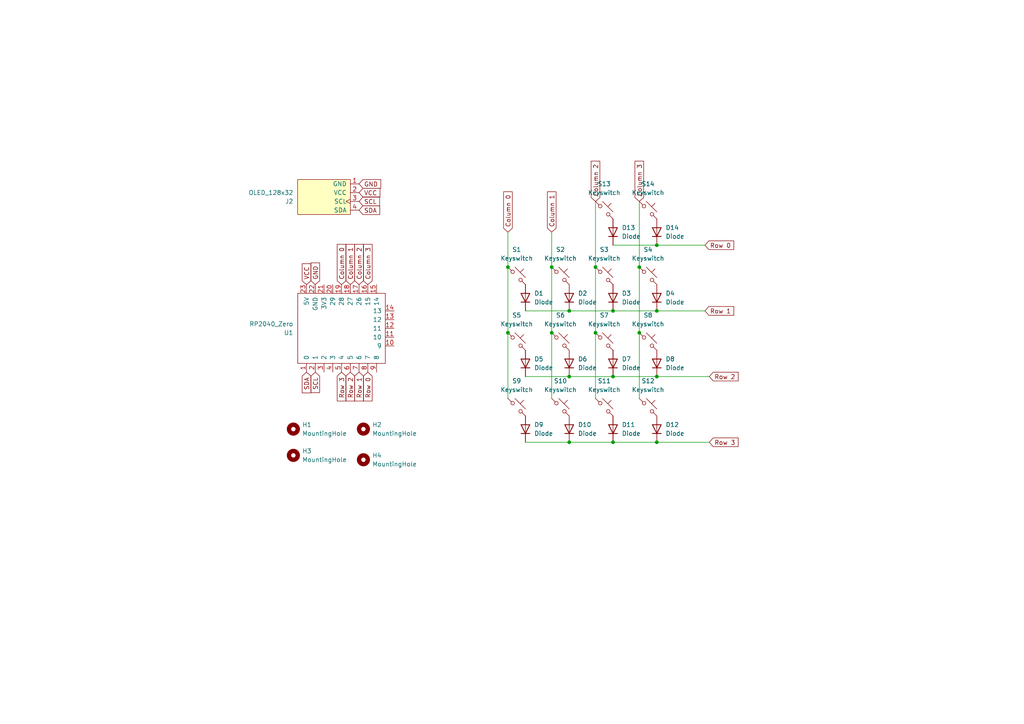
<source format=kicad_sch>
(kicad_sch (version 20231120) (generator "eeschema") (generator_version "8.0")
  (paper "A4")
  (lib_symbols
    (symbol "Mechanical:MountingHole" (pin_names (offset 1.016)) (exclude_from_sim yes) (in_bom no)
      (property "Reference" "H" (at 0 5.08 0))
      (property "Value" "MountingHole" (at 0 3.175 0))
      (symbol "MountingHole_0_1"
        (circle (center 0 0) (radius 1.27) (stroke (width 1.27)))
      )
    )
    (symbol "ScottoKeebs:MCU_RP2040_Zero" (pin_names (offset 1.016))
      (property "Reference" "U" (at 0 15.24 0))
      (property "Value" "RP2040_Zero" (at 0 12.7 0))
      (symbol "MCU_RP2040_Zero_0_1"
        (rectangle (start -10.16 11.43) (end 10.16 -13.97))
      )
      (symbol "MCU_RP2040_Zero_1_1"
        (pin bidirectional line (at 12.7 8.89 180) (length 2.54) (name "0") (number "1"))
        (pin bidirectional line (at 5.08 -16.51 90) (length 2.54) (name "9") (number "10"))
        (pin bidirectional line (at 2.54 -16.51 90) (length 2.54) (name "10") (number "11"))
        (pin bidirectional line (at 0 -16.51 90) (length 2.54) (name "11") (number "12"))
        (pin bidirectional line (at -2.54 -16.51 90) (length 2.54) (name "12") (number "13"))
        (pin bidirectional line (at -5.08 -16.51 90) (length 2.54) (name "13") (number "14"))
        (pin bidirectional line (at -12.7 -11.43 0) (length 2.54) (name "14") (number "15"))
        (pin bidirectional line (at -12.7 -8.89 0) (length 2.54) (name "15") (number "16"))
        (pin bidirectional line (at -12.7 -6.35 0) (length 2.54) (name "26") (number "17"))
        (pin bidirectional line (at -12.7 -3.81 0) (length 2.54) (name "27") (number "18"))
        (pin bidirectional line (at -12.7 -1.27 0) (length 2.54) (name "28") (number "19"))
        (pin bidirectional line (at 12.7 6.35 180) (length 2.54) (name "1") (number "2"))
        (pin bidirectional line (at -12.7 1.27 0) (length 2.54) (name "29") (number "20"))
        (pin power_out line (at -12.7 3.81 0) (length 2.54) (name "3V3") (number "21"))
        (pin power_out line (at -12.7 6.35 0) (length 2.54) (name "GND") (number "22"))
        (pin power_out line (at -12.7 8.89 0) (length 2.54) (name "5V") (number "23"))
        (pin bidirectional line (at 12.7 3.81 180) (length 2.54) (name "2") (number "3"))
        (pin bidirectional line (at 12.7 1.27 180) (length 2.54) (name "3") (number "4"))
        (pin bidirectional line (at 12.7 -1.27 180) (length 2.54) (name "4") (number "5"))
        (pin bidirectional line (at 12.7 -3.81 180) (length 2.54) (name "5") (number "6"))
        (pin bidirectional line (at 12.7 -6.35 180) (length 2.54) (name "6") (number "7"))
        (pin bidirectional line (at 12.7 -8.89 180) (length 2.54) (name "7") (number "8"))
        (pin bidirectional line (at 12.7 -11.43 180) (length 2.54) (name "8") (number "9"))
      )
    )
    (symbol "ScottoKeebs:OLED_128x32" (pin_names (offset 1.016))
      (property "Reference" "J" (at 0 -6.35 0))
      (property "Value" "OLED_128x32" (at 0 6.35 0))
      (symbol "OLED_128x32_0_1"
        (rectangle (start 0 5.08) (end 15.24 -5.08) (fill (type background)))
      )
      (symbol "OLED_128x32_1_1"
        (pin power_in line (at -2.54 -3.81 0) (length 2.54) (name "GND") (number "1"))
        (pin power_in line (at -2.54 -1.27 0) (length 2.54) (name "VCC") (number "2"))
        (pin input clock (at -2.54 1.27 0) (length 2.54) (name "SCL") (number "3"))
        (pin bidirectional line (at -2.54 3.81 0) (length 2.54) (name "SDA") (number "4"))
      )
    )
    (symbol "ScottoKeebs:Placeholder_Diode" (pin_numbers hide) (pin_names hide)
      (property "Reference" "D" (at 0 2.54 0))
      (property "Value" "Diode" (at 0 -2.54 0))
      (symbol "Placeholder_Diode_0_1"
        (polyline (pts (xy -1.27 1.27) (xy -1.27 -1.27)) (stroke (width 0.254)))
        (polyline (pts (xy 1.27 0) (xy -1.27 0)))
        (polyline (pts (xy 1.27 1.27) (xy 1.27 -1.27) (xy -1.27 0) (xy 1.27 1.27)) (stroke (width 0.254)))
      )
      (symbol "Placeholder_Diode_1_1"
        (pin passive line (at -3.81 0 0) (length 2.54) (name "K") (number "1"))
        (pin passive line (at 3.81 0 180) (length 2.54) (name "A") (number "2"))
      )
    )
    (symbol "ScottoKeebs:Placeholder_Keyswitch" (pin_numbers hide) (pin_names (offset 1.016) hide)
      (property "Reference" "S" (at 3.048 1.016 0))
      (property "Value" "Keyswitch" (at 0 -3.81 0))
      (symbol "Placeholder_Keyswitch_0_1"
        (circle (center -1.1684 1.1684) (radius 0.508))
        (polyline (pts (xy -0.508 2.54) (xy 2.54 -0.508)))
        (polyline (pts (xy 1.016 1.016) (xy 2.032 2.032)))
        (polyline (pts (xy -2.54 2.54) (xy -1.524 1.524) (xy -1.524 1.524)))
        (polyline (pts (xy 1.524 -1.524) (xy 2.54 -2.54) (xy 2.54 -2.54) (xy 2.54 -2.54)))
        (circle (center 1.143 -1.1938) (radius 0.508))
        (pin passive line (at -2.54 2.54 0) (length 0) (name "1") (number "1"))
        (pin passive line (at 2.54 -2.54 180) (length 0) (name "2") (number "2"))
      )
    )
  )
  (junction (at 177.8 109.22))
  (junction (at 185.42 96.52))
  (junction (at 147.32 77.47))
  (junction (at 160.02 77.47))
  (junction (at 190.5 109.22))
  (junction (at 190.5 71.12))
  (junction (at 165.1 109.22))
  (junction (at 190.5 128.27))
  (junction (at 177.8 90.17))
  (junction (at 172.72 77.47))
  (junction (at 190.5 90.17))
  (junction (at 165.1 128.27))
  (junction (at 177.8 128.27))
  (junction (at 165.1 90.17))
  (junction (at 147.32 96.52))
  (junction (at 185.42 77.47))
  (junction (at 160.02 96.52))
  (junction (at 172.72 96.52))
  (wire (pts (xy 165.1 109.22) (xy 177.8 109.22)))
  (wire (pts (xy 172.72 58.42) (xy 172.72 77.47)))
  (wire (pts (xy 177.8 109.22) (xy 190.5 109.22)))
  (wire (pts (xy 172.72 77.47) (xy 172.72 96.52)))
  (wire (pts (xy 160.02 96.52) (xy 160.02 115.57)))
  (wire (pts (xy 147.32 96.52) (xy 147.32 115.57)))
  (wire (pts (xy 152.4 90.17) (xy 165.1 90.17)))
  (wire (pts (xy 147.32 77.47) (xy 147.32 96.52)))
  (wire (pts (xy 177.8 128.27) (xy 190.5 128.27)))
  (wire (pts (xy 177.8 90.17) (xy 190.5 90.17)))
  (wire (pts (xy 185.42 58.42) (xy 185.42 77.47)))
  (wire (pts (xy 147.32 67.31) (xy 147.32 77.47)))
  (wire (pts (xy 152.4 128.27) (xy 165.1 128.27)))
  (wire (pts (xy 165.1 128.27) (xy 177.8 128.27)))
  (wire (pts (xy 185.42 96.52) (xy 185.42 115.57)))
  (wire (pts (xy 160.02 77.47) (xy 160.02 96.52)))
  (wire (pts (xy 160.02 67.31) (xy 160.02 77.47)))
  (wire (pts (xy 205.74 109.22) (xy 190.5 109.22)))
  (wire (pts (xy 177.8 71.12) (xy 190.5 71.12)))
  (wire (pts (xy 152.4 109.22) (xy 165.1 109.22)))
  (wire (pts (xy 185.42 77.47) (xy 185.42 96.52)))
  (wire (pts (xy 204.47 71.12) (xy 190.5 71.12)))
  (wire (pts (xy 172.72 96.52) (xy 172.72 115.57)))
  (wire (pts (xy 204.47 90.17) (xy 190.5 90.17)))
  (wire (pts (xy 165.1 90.17) (xy 177.8 90.17)))
  (wire (pts (xy 205.74 128.27) (xy 190.5 128.27)))
  (global_label "Column 2" (shape input) (at 172.72 58.42 90) (property "Intersheetrefs" "${INTERSHEET_REFS}" (effects (hide yes))))
  (global_label "Row 1" (shape input) (at 104.14 107.95 270) (property "Intersheetrefs" "${INTERSHEET_REFS}" (effects (hide yes))))
  (global_label "Column 0" (shape input) (at 99.06 82.55 90) (property "Intersheetrefs" "${INTERSHEET_REFS}" (effects (hide yes))))
  (global_label "SDA" (shape input) (at 88.9 107.95 270) (property "Intersheetrefs" "${INTERSHEET_REFS}" (effects (hide yes))))
  (global_label "GND" (shape input) (at 104.14 53.34 0) (property "Intersheetrefs" "${INTERSHEET_REFS}" (effects (hide yes))))
  (global_label "SCL" (shape input) (at 104.14 58.42 0) (property "Intersheetrefs" "${INTERSHEET_REFS}" (effects (hide yes))))
  (global_label "Row 3" (shape input) (at 99.06 107.95 270) (property "Intersheetrefs" "${INTERSHEET_REFS}" (effects (hide yes))))
  (global_label "Row 2" (shape input) (at 101.6 107.95 270) (property "Intersheetrefs" "${INTERSHEET_REFS}" (effects (hide yes))))
  (global_label "Column 0" (shape input) (at 147.32 67.31 90) (property "Intersheetrefs" "${INTERSHEET_REFS}" (effects (hide yes))))
  (global_label "SCL" (shape input) (at 91.44 107.95 270) (property "Intersheetrefs" "${INTERSHEET_REFS}" (effects (hide yes))))
  (global_label "Column 1" (shape input) (at 101.6 82.55 90) (property "Intersheetrefs" "${INTERSHEET_REFS}" (effects (hide yes))))
  (global_label "SDA" (shape input) (at 104.14 60.96 0) (property "Intersheetrefs" "${INTERSHEET_REFS}" (effects (hide yes))))
  (global_label "GND" (shape input) (at 91.44 82.55 90) (property "Intersheetrefs" "${INTERSHEET_REFS}" (effects (hide yes))))
  (global_label "Row 0" (shape input) (at 106.68 107.95 270) (property "Intersheetrefs" "${INTERSHEET_REFS}" (effects (hide yes))))
  (global_label "Row 3" (shape input) (at 205.74 128.27 0) (property "Intersheetrefs" "${INTERSHEET_REFS}" (effects (hide yes))))
  (global_label "VCC" (shape input) (at 88.9 82.55 90) (property "Intersheetrefs" "${INTERSHEET_REFS}" (effects (hide yes))))
  (global_label "VCC" (shape input) (at 104.14 55.88 0) (property "Intersheetrefs" "${INTERSHEET_REFS}" (effects (hide yes))))
  (global_label "Column 2" (shape input) (at 104.14 82.55 90) (property "Intersheetrefs" "${INTERSHEET_REFS}" (effects (hide yes))))
  (global_label "Row 2" (shape input) (at 205.74 109.22 0) (property "Intersheetrefs" "${INTERSHEET_REFS}" (effects (hide yes))))
  (global_label "Column 1" (shape input) (at 160.02 67.31 90) (property "Intersheetrefs" "${INTERSHEET_REFS}" (effects (hide yes))))
  (global_label "Row 0" (shape input) (at 204.47 71.12 0) (property "Intersheetrefs" "${INTERSHEET_REFS}" (effects (hide yes))))
  (global_label "Row 1" (shape input) (at 204.47 90.17 0) (property "Intersheetrefs" "${INTERSHEET_REFS}" (effects (hide yes))))
  (global_label "Column 3" (shape input) (at 185.42 58.42 90) (property "Intersheetrefs" "${INTERSHEET_REFS}" (effects (hide yes))))
  (global_label "Column 3" (shape input) (at 106.68 82.55 90) (property "Intersheetrefs" "${INTERSHEET_REFS}" (effects (hide yes))))
  (symbol (lib_id "Mechanical:MountingHole") (at 105.41 133.35 0) (unit 1) (exclude_from_sim yes) (in_bom no)
    (property "Reference" "H4" (at 107.95 132.0799 0) (effects (justify left)))
    (property "Value" "MountingHole" (at 107.95 134.6199 0) (effects (justify left)))
    (property "Footprint" "MountingHole:MountingHole_2.5mm" (effects (hide yes)))
    (property "Description" "Mounting Hole without connection" (effects (hide yes)))
  )
  (symbol (lib_id "ScottoKeebs:Placeholder_Keyswitch") (at 175.26 99.06 0) (unit 1)
    (property "Reference" "S7" (at 175.26 91.44 0))
    (property "Value" "Keyswitch" (at 175.26 93.98 0))
    (property "Footprint" "ScottoKeebs_Hotswap:Hotswap_MX_1.00u" (effects (hide yes)))
    (property "Description" "Push button switch, normally open, two pins, 45° tilted" (effects (hide yes)))
  )
  (symbol (lib_id "Mechanical:MountingHole") (at 85.09 124.46 0) (unit 1) (exclude_from_sim yes) (in_bom no)
    (property "Reference" "H1" (at 87.63 123.1899 0) (effects (justify left)))
    (property "Value" "MountingHole" (at 87.63 125.7299 0) (effects (justify left)))
    (property "Footprint" "MountingHole:MountingHole_2.5mm" (effects (hide yes)))
    (property "Description" "Mounting Hole without connection" (effects (hide yes)))
  )
  (symbol (lib_id "ScottoKeebs:Placeholder_Diode") (at 165.1 86.36 90) (unit 1)
    (property "Reference" "D2" (at 167.64 85.0899 90) (effects (justify right)))
    (property "Value" "Diode" (at 167.64 87.6299 90) (effects (justify right)))
    (property "Footprint" "ScottoKeebs_Components:Diode_DO-35" (effects (hide yes)))
    (property "Description" "1N4148 (DO-35) or 1N4148W (SOD-123)" (effects (hide yes)))
    (property "Sim.Device" "D" (effects (hide yes)))
    (property "Sim.Pins" "1=K 2=A" (effects (hide yes)))
  )
  (symbol (lib_id "ScottoKeebs:Placeholder_Diode") (at 190.5 67.31 90) (unit 1)
    (property "Reference" "D14" (at 193.04 66.0399 90) (effects (justify right)))
    (property "Value" "Diode" (at 193.04 68.5799 90) (effects (justify right)))
    (property "Footprint" "ScottoKeebs_Components:Diode_DO-35" (effects (hide yes)))
    (property "Description" "1N4148 (DO-35) or 1N4148W (SOD-123)" (effects (hide yes)))
    (property "Sim.Device" "D" (effects (hide yes)))
    (property "Sim.Pins" "1=K 2=A" (effects (hide yes)))
  )
  (symbol (lib_id "ScottoKeebs:Placeholder_Diode") (at 152.4 124.46 90) (unit 1)
    (property "Reference" "D9" (at 154.94 123.1899 90) (effects (justify right)))
    (property "Value" "Diode" (at 154.94 125.7299 90) (effects (justify right)))
    (property "Footprint" "ScottoKeebs_Components:Diode_DO-35" (effects (hide yes)))
    (property "Description" "1N4148 (DO-35) or 1N4148W (SOD-123)" (effects (hide yes)))
    (property "Sim.Device" "D" (effects (hide yes)))
    (property "Sim.Pins" "1=K 2=A" (effects (hide yes)))
  )
  (symbol (lib_id "ScottoKeebs:Placeholder_Diode") (at 177.8 86.36 90) (unit 1)
    (property "Reference" "D3" (at 180.34 85.0899 90) (effects (justify right)))
    (property "Value" "Diode" (at 180.34 87.6299 90) (effects (justify right)))
    (property "Footprint" "ScottoKeebs_Components:Diode_DO-35" (effects (hide yes)))
    (property "Description" "1N4148 (DO-35) or 1N4148W (SOD-123)" (effects (hide yes)))
    (property "Sim.Device" "D" (effects (hide yes)))
    (property "Sim.Pins" "1=K 2=A" (effects (hide yes)))
  )
  (symbol (lib_id "ScottoKeebs:Placeholder_Keyswitch") (at 175.26 118.11 0) (unit 1)
    (property "Reference" "S11" (at 175.26 110.49 0))
    (property "Value" "Keyswitch" (at 175.26 113.03 0))
    (property "Footprint" "ScottoKeebs_Hotswap:Hotswap_MX_1.00u" (effects (hide yes)))
    (property "Description" "Push button switch, normally open, two pins, 45° tilted" (effects (hide yes)))
  )
  (symbol (lib_id "ScottoKeebs:Placeholder_Keyswitch") (at 162.56 99.06 0) (unit 1)
    (property "Reference" "S6" (at 162.56 91.44 0))
    (property "Value" "Keyswitch" (at 162.56 93.98 0))
    (property "Footprint" "ScottoKeebs_Hotswap:Hotswap_MX_1.00u" (effects (hide yes)))
    (property "Description" "Push button switch, normally open, two pins, 45° tilted" (effects (hide yes)))
  )
  (symbol (lib_id "ScottoKeebs:Placeholder_Diode") (at 177.8 124.46 90) (unit 1)
    (property "Reference" "D11" (at 180.34 123.1899 90) (effects (justify right)))
    (property "Value" "Diode" (at 180.34 125.7299 90) (effects (justify right)))
    (property "Footprint" "ScottoKeebs_Components:Diode_DO-35" (effects (hide yes)))
    (property "Description" "1N4148 (DO-35) or 1N4148W (SOD-123)" (effects (hide yes)))
    (property "Sim.Device" "D" (effects (hide yes)))
    (property "Sim.Pins" "1=K 2=A" (effects (hide yes)))
  )
  (symbol (lib_id "ScottoKeebs:Placeholder_Keyswitch") (at 149.86 99.06 0) (unit 1)
    (property "Reference" "S5" (at 149.86 91.44 0))
    (property "Value" "Keyswitch" (at 149.86 93.98 0))
    (property "Footprint" "ScottoKeebs_Hotswap:Hotswap_MX_1.00u" (effects (hide yes)))
    (property "Description" "Push button switch, normally open, two pins, 45° tilted" (effects (hide yes)))
  )
  (symbol (lib_id "ScottoKeebs:Placeholder_Keyswitch") (at 162.56 80.01 0) (unit 1)
    (property "Reference" "S2" (at 162.56 72.39 0))
    (property "Value" "Keyswitch" (at 162.56 74.93 0))
    (property "Footprint" "ScottoKeebs_Hotswap:Hotswap_MX_1.00u" (effects (hide yes)))
    (property "Description" "Push button switch, normally open, two pins, 45° tilted" (effects (hide yes)))
  )
  (symbol (lib_id "ScottoKeebs:Placeholder_Diode") (at 190.5 105.41 90) (unit 1)
    (property "Reference" "D8" (at 193.04 104.1399 90) (effects (justify right)))
    (property "Value" "Diode" (at 193.04 106.6799 90) (effects (justify right)))
    (property "Footprint" "ScottoKeebs_Components:Diode_DO-35" (effects (hide yes)))
    (property "Description" "1N4148 (DO-35) or 1N4148W (SOD-123)" (effects (hide yes)))
    (property "Sim.Device" "D" (effects (hide yes)))
    (property "Sim.Pins" "1=K 2=A" (effects (hide yes)))
  )
  (symbol (lib_id "ScottoKeebs:OLED_128x32") (at 101.6 57.15 180) (unit 1)
    (property "Reference" "J2" (at 85.09 58.4201 0) (effects (justify left)))
    (property "Value" "OLED_128x32" (at 85.09 55.8801 0) (effects (justify left)))
    (property "Footprint" "ScottoKeebs_Components:OLED_128x32" (effects (hide yes)))
  )
  (symbol (lib_id "ScottoKeebs:Placeholder_Keyswitch") (at 175.26 60.96 0) (unit 1)
    (property "Reference" "S13" (at 175.26 53.34 0))
    (property "Value" "Keyswitch" (at 175.26 55.88 0))
    (property "Footprint" "ScottoKeebs_Hotswap:Hotswap_MX_1.00u" (effects (hide yes)))
    (property "Description" "Push button switch, normally open, two pins, 45° tilted" (effects (hide yes)))
  )
  (symbol (lib_id "ScottoKeebs:Placeholder_Diode") (at 190.5 86.36 90) (unit 1)
    (property "Reference" "D4" (at 193.04 85.0899 90) (effects (justify right)))
    (property "Value" "Diode" (at 193.04 87.6299 90) (effects (justify right)))
    (property "Footprint" "ScottoKeebs_Components:Diode_DO-35" (effects (hide yes)))
    (property "Description" "1N4148 (DO-35) or 1N4148W (SOD-123)" (effects (hide yes)))
    (property "Sim.Device" "D" (effects (hide yes)))
    (property "Sim.Pins" "1=K 2=A" (effects (hide yes)))
  )
  (symbol (lib_id "ScottoKeebs:Placeholder_Keyswitch") (at 187.96 60.96 0) (unit 1)
    (property "Reference" "S14" (at 187.96 53.34 0))
    (property "Value" "Keyswitch" (at 187.96 55.88 0))
    (property "Footprint" "ScottoKeebs_Hotswap:Hotswap_MX_1.00u" (effects (hide yes)))
    (property "Description" "Push button switch, normally open, two pins, 45° tilted" (effects (hide yes)))
  )
  (symbol (lib_id "ScottoKeebs:Placeholder_Keyswitch") (at 162.56 118.11 0) (unit 1)
    (property "Reference" "S10" (at 162.56 110.49 0))
    (property "Value" "Keyswitch" (at 162.56 113.03 0))
    (property "Footprint" "ScottoKeebs_Hotswap:Hotswap_MX_1.00u" (effects (hide yes)))
    (property "Description" "Push button switch, normally open, two pins, 45° tilted" (effects (hide yes)))
  )
  (symbol (lib_id "ScottoKeebs:Placeholder_Keyswitch") (at 175.26 80.01 0) (unit 1)
    (property "Reference" "S3" (at 175.26 72.39 0))
    (property "Value" "Keyswitch" (at 175.26 74.93 0))
    (property "Footprint" "ScottoKeebs_Hotswap:Hotswap_MX_1.00u" (effects (hide yes)))
    (property "Description" "Push button switch, normally open, two pins, 45° tilted" (effects (hide yes)))
  )
  (symbol (lib_id "ScottoKeebs:Placeholder_Diode") (at 152.4 86.36 90) (unit 1)
    (property "Reference" "D1" (at 154.94 85.0899 90) (effects (justify right)))
    (property "Value" "Diode" (at 154.94 87.6299 90) (effects (justify right)))
    (property "Footprint" "ScottoKeebs_Components:Diode_DO-35" (effects (hide yes)))
    (property "Description" "1N4148 (DO-35) or 1N4148W (SOD-123)" (effects (hide yes)))
    (property "Sim.Device" "D" (effects (hide yes)))
    (property "Sim.Pins" "1=K 2=A" (effects (hide yes)))
  )
  (symbol (lib_id "Mechanical:MountingHole") (at 85.09 132.08 0) (unit 1) (exclude_from_sim yes) (in_bom no)
    (property "Reference" "H3" (at 87.63 130.8099 0) (effects (justify left)))
    (property "Value" "MountingHole" (at 87.63 133.3499 0) (effects (justify left)))
    (property "Footprint" "MountingHole:MountingHole_2.5mm" (effects (hide yes)))
    (property "Description" "Mounting Hole without connection" (effects (hide yes)))
  )
  (symbol (lib_id "ScottoKeebs:Placeholder_Keyswitch") (at 187.96 99.06 0) (unit 1)
    (property "Reference" "S8" (at 187.96 91.44 0))
    (property "Value" "Keyswitch" (at 187.96 93.98 0))
    (property "Footprint" "ScottoKeebs_Hotswap:Hotswap_MX_1.00u" (effects (hide yes)))
    (property "Description" "Push button switch, normally open, two pins, 45° tilted" (effects (hide yes)))
  )
  (symbol (lib_id "ScottoKeebs:Placeholder_Diode") (at 152.4 105.41 90) (unit 1)
    (property "Reference" "D5" (at 154.94 104.1399 90) (effects (justify right)))
    (property "Value" "Diode" (at 154.94 106.6799 90) (effects (justify right)))
    (property "Footprint" "ScottoKeebs_Components:Diode_DO-35" (effects (hide yes)))
    (property "Description" "1N4148 (DO-35) or 1N4148W (SOD-123)" (effects (hide yes)))
    (property "Sim.Device" "D" (effects (hide yes)))
    (property "Sim.Pins" "1=K 2=A" (effects (hide yes)))
  )
  (symbol (lib_id "ScottoKeebs:MCU_RP2040_Zero") (at 97.79 95.25 90) (mirror x) (unit 1)
    (property "Reference" "U1" (at 85.09 96.5201 90) (effects (justify left)))
    (property "Value" "RP2040_Zero" (at 85.09 93.9801 90) (effects (justify left)))
    (property "Footprint" "ScottoKeebs_MCU:RP2040_Zero" (effects (hide yes)))
  )
  (symbol (lib_id "Mechanical:MountingHole") (at 105.41 124.46 0) (unit 1) (exclude_from_sim yes) (in_bom no)
    (property "Reference" "H2" (at 107.95 123.1899 0) (effects (justify left)))
    (property "Value" "MountingHole" (at 107.95 125.7299 0) (effects (justify left)))
    (property "Footprint" "MountingHole:MountingHole_2.5mm" (effects (hide yes)))
    (property "Description" "Mounting Hole without connection" (effects (hide yes)))
  )
  (symbol (lib_id "ScottoKeebs:Placeholder_Diode") (at 177.8 105.41 90) (unit 1)
    (property "Reference" "D7" (at 180.34 104.1399 90) (effects (justify right)))
    (property "Value" "Diode" (at 180.34 106.6799 90) (effects (justify right)))
    (property "Footprint" "ScottoKeebs_Components:Diode_DO-35" (effects (hide yes)))
    (property "Description" "1N4148 (DO-35) or 1N4148W (SOD-123)" (effects (hide yes)))
    (property "Sim.Device" "D" (effects (hide yes)))
    (property "Sim.Pins" "1=K 2=A" (effects (hide yes)))
  )
  (symbol (lib_id "ScottoKeebs:Placeholder_Diode") (at 165.1 105.41 90) (unit 1)
    (property "Reference" "D6" (at 167.64 104.1399 90) (effects (justify right)))
    (property "Value" "Diode" (at 167.64 106.6799 90) (effects (justify right)))
    (property "Footprint" "ScottoKeebs_Components:Diode_DO-35" (effects (hide yes)))
    (property "Description" "1N4148 (DO-35) or 1N4148W (SOD-123)" (effects (hide yes)))
    (property "Sim.Device" "D" (effects (hide yes)))
    (property "Sim.Pins" "1=K 2=A" (effects (hide yes)))
  )
  (symbol (lib_id "ScottoKeebs:Placeholder_Diode") (at 165.1 124.46 90) (unit 1)
    (property "Reference" "D10" (at 167.64 123.1899 90) (effects (justify right)))
    (property "Value" "Diode" (at 167.64 125.7299 90) (effects (justify right)))
    (property "Footprint" "ScottoKeebs_Components:Diode_DO-35" (effects (hide yes)))
    (property "Description" "1N4148 (DO-35) or 1N4148W (SOD-123)" (effects (hide yes)))
    (property "Sim.Device" "D" (effects (hide yes)))
    (property "Sim.Pins" "1=K 2=A" (effects (hide yes)))
  )
  (symbol (lib_id "ScottoKeebs:Placeholder_Keyswitch") (at 187.96 80.01 0) (unit 1)
    (property "Reference" "S4" (at 187.96 72.39 0))
    (property "Value" "Keyswitch" (at 187.96 74.93 0))
    (property "Footprint" "ScottoKeebs_Hotswap:Hotswap_MX_1.00u" (effects (hide yes)))
    (property "Description" "Push button switch, normally open, two pins, 45° tilted" (effects (hide yes)))
  )
  (symbol (lib_id "ScottoKeebs:Placeholder_Keyswitch") (at 149.86 118.11 0) (unit 1)
    (property "Reference" "S9" (at 149.86 110.49 0))
    (property "Value" "Keyswitch" (at 149.86 113.03 0))
    (property "Footprint" "ScottoKeebs_Hotswap:Hotswap_MX_1.00u" (effects (hide yes)))
    (property "Description" "Push button switch, normally open, two pins, 45° tilted" (effects (hide yes)))
  )
  (symbol (lib_id "ScottoKeebs:Placeholder_Diode") (at 190.5 124.46 90) (unit 1)
    (property "Reference" "D12" (at 193.04 123.1899 90) (effects (justify right)))
    (property "Value" "Diode" (at 193.04 125.7299 90) (effects (justify right)))
    (property "Footprint" "ScottoKeebs_Components:Diode_DO-35" (effects (hide yes)))
    (property "Description" "1N4148 (DO-35) or 1N4148W (SOD-123)" (effects (hide yes)))
    (property "Sim.Device" "D" (effects (hide yes)))
    (property "Sim.Pins" "1=K 2=A" (effects (hide yes)))
  )
  (symbol (lib_id "ScottoKeebs:Placeholder_Keyswitch") (at 149.86 80.01 0) (unit 1)
    (property "Reference" "S1" (at 149.86 72.39 0))
    (property "Value" "Keyswitch" (at 149.86 74.93 0))
    (property "Footprint" "ScottoKeebs_Hotswap:Hotswap_MX_1.00u" (effects (hide yes)))
    (property "Description" "Push button switch, normally open, two pins, 45° tilted" (effects (hide yes)))
  )
  (symbol (lib_id "ScottoKeebs:Placeholder_Keyswitch") (at 187.96 118.11 0) (unit 1)
    (property "Reference" "S12" (at 187.96 110.49 0))
    (property "Value" "Keyswitch" (at 187.96 113.03 0))
    (property "Footprint" "ScottoKeebs_Hotswap:Hotswap_MX_1.00u" (effects (hide yes)))
    (property "Description" "Push button switch, normally open, two pins, 45° tilted" (effects (hide yes)))
  )
  (symbol (lib_id "ScottoKeebs:Placeholder_Diode") (at 177.8 67.31 90) (unit 1)
    (property "Reference" "D13" (at 180.34 66.0399 90) (effects (justify right)))
    (property "Value" "Diode" (at 180.34 68.5799 90) (effects (justify right)))
    (property "Footprint" "ScottoKeebs_Components:Diode_DO-35" (effects (hide yes)))
    (property "Description" "1N4148 (DO-35) or 1N4148W (SOD-123)" (effects (hide yes)))
    (property "Sim.Device" "D" (effects (hide yes)))
    (property "Sim.Pins" "1=K 2=A" (effects (hide yes)))
  )
)
</source>
